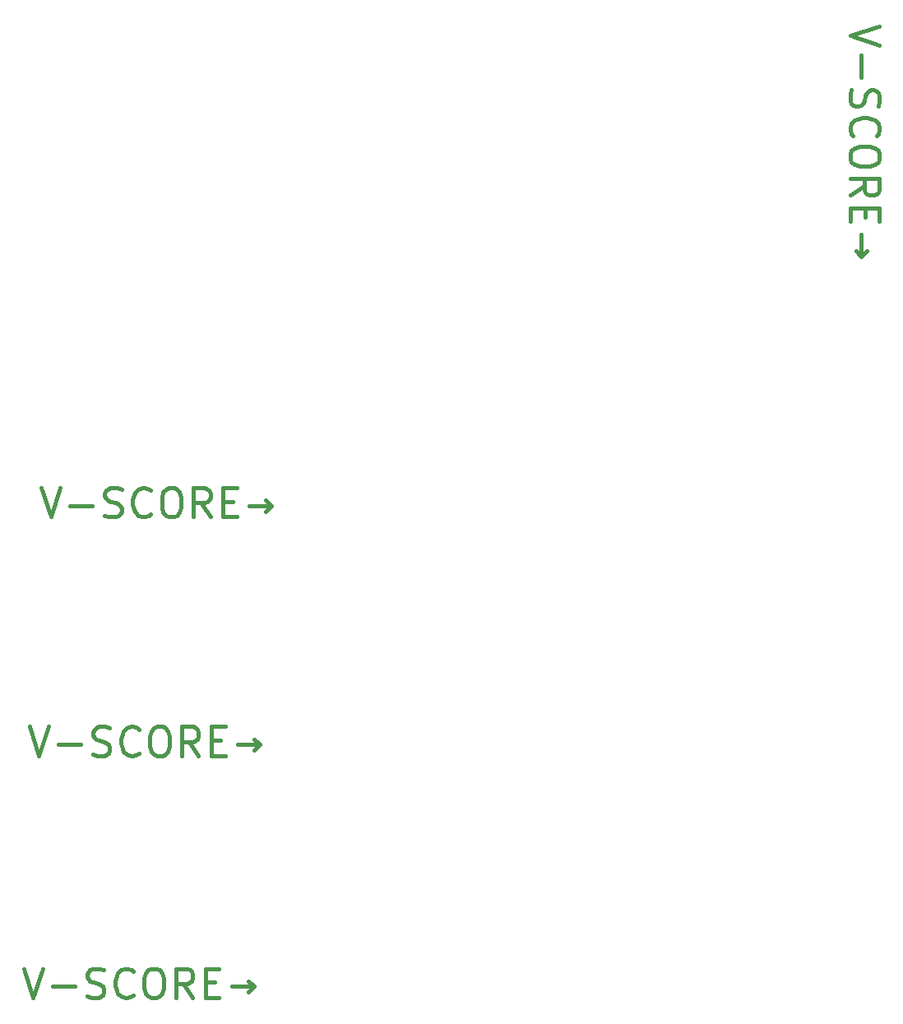
<source format=gbr>
G04 #@! TF.GenerationSoftware,KiCad,Pcbnew,(5.1.0)-1*
G04 #@! TF.CreationDate,2019-08-09T15:31:13-04:00*
G04 #@! TF.ProjectId,4x_PANEL,34785f50-414e-4454-9c2e-6b696361645f,rev?*
G04 #@! TF.SameCoordinates,Original*
G04 #@! TF.FileFunction,Other,Comment*
%FSLAX46Y46*%
G04 Gerber Fmt 4.6, Leading zero omitted, Abs format (unit mm)*
G04 Created by KiCad (PCBNEW (5.1.0)-1) date 2019-08-09 15:31:13*
%MOMM*%
%LPD*%
G04 APERTURE LIST*
%ADD10C,0.400000*%
G04 APERTURE END LIST*
D10*
X163042857Y-42828571D02*
X160042857Y-43828571D01*
X163042857Y-44828571D01*
X161185714Y-45828571D02*
X161185714Y-48114285D01*
X160185714Y-49400000D02*
X160042857Y-49828571D01*
X160042857Y-50542857D01*
X160185714Y-50828571D01*
X160328571Y-50971428D01*
X160614285Y-51114285D01*
X160900000Y-51114285D01*
X161185714Y-50971428D01*
X161328571Y-50828571D01*
X161471428Y-50542857D01*
X161614285Y-49971428D01*
X161757142Y-49685714D01*
X161900000Y-49542857D01*
X162185714Y-49400000D01*
X162471428Y-49400000D01*
X162757142Y-49542857D01*
X162900000Y-49685714D01*
X163042857Y-49971428D01*
X163042857Y-50685714D01*
X162900000Y-51114285D01*
X160328571Y-54114285D02*
X160185714Y-53971428D01*
X160042857Y-53542857D01*
X160042857Y-53257142D01*
X160185714Y-52828571D01*
X160471428Y-52542857D01*
X160757142Y-52400000D01*
X161328571Y-52257142D01*
X161757142Y-52257142D01*
X162328571Y-52400000D01*
X162614285Y-52542857D01*
X162900000Y-52828571D01*
X163042857Y-53257142D01*
X163042857Y-53542857D01*
X162900000Y-53971428D01*
X162757142Y-54114285D01*
X163042857Y-55971428D02*
X163042857Y-56542857D01*
X162900000Y-56828571D01*
X162614285Y-57114285D01*
X162042857Y-57257142D01*
X161042857Y-57257142D01*
X160471428Y-57114285D01*
X160185714Y-56828571D01*
X160042857Y-56542857D01*
X160042857Y-55971428D01*
X160185714Y-55685714D01*
X160471428Y-55400000D01*
X161042857Y-55257142D01*
X162042857Y-55257142D01*
X162614285Y-55400000D01*
X162900000Y-55685714D01*
X163042857Y-55971428D01*
X160042857Y-60257142D02*
X161471428Y-59257142D01*
X160042857Y-58542857D02*
X163042857Y-58542857D01*
X163042857Y-59685714D01*
X162900000Y-59971428D01*
X162757142Y-60114285D01*
X162471428Y-60257142D01*
X162042857Y-60257142D01*
X161757142Y-60114285D01*
X161614285Y-59971428D01*
X161471428Y-59685714D01*
X161471428Y-58542857D01*
X161614285Y-61542857D02*
X161614285Y-62542857D01*
X160042857Y-62971428D02*
X160042857Y-61542857D01*
X163042857Y-61542857D01*
X163042857Y-62971428D01*
X161185714Y-64257142D02*
X161185714Y-66542857D01*
X160614285Y-65971428D02*
X161185714Y-66542857D01*
X161757142Y-65971428D01*
X74928571Y-139857142D02*
X75928571Y-142857142D01*
X76928571Y-139857142D01*
X77928571Y-141714285D02*
X80214285Y-141714285D01*
X81500000Y-142714285D02*
X81928571Y-142857142D01*
X82642857Y-142857142D01*
X82928571Y-142714285D01*
X83071428Y-142571428D01*
X83214285Y-142285714D01*
X83214285Y-142000000D01*
X83071428Y-141714285D01*
X82928571Y-141571428D01*
X82642857Y-141428571D01*
X82071428Y-141285714D01*
X81785714Y-141142857D01*
X81642857Y-141000000D01*
X81500000Y-140714285D01*
X81500000Y-140428571D01*
X81642857Y-140142857D01*
X81785714Y-140000000D01*
X82071428Y-139857142D01*
X82785714Y-139857142D01*
X83214285Y-140000000D01*
X86214285Y-142571428D02*
X86071428Y-142714285D01*
X85642857Y-142857142D01*
X85357142Y-142857142D01*
X84928571Y-142714285D01*
X84642857Y-142428571D01*
X84500000Y-142142857D01*
X84357142Y-141571428D01*
X84357142Y-141142857D01*
X84500000Y-140571428D01*
X84642857Y-140285714D01*
X84928571Y-140000000D01*
X85357142Y-139857142D01*
X85642857Y-139857142D01*
X86071428Y-140000000D01*
X86214285Y-140142857D01*
X88071428Y-139857142D02*
X88642857Y-139857142D01*
X88928571Y-140000000D01*
X89214285Y-140285714D01*
X89357142Y-140857142D01*
X89357142Y-141857142D01*
X89214285Y-142428571D01*
X88928571Y-142714285D01*
X88642857Y-142857142D01*
X88071428Y-142857142D01*
X87785714Y-142714285D01*
X87500000Y-142428571D01*
X87357142Y-141857142D01*
X87357142Y-140857142D01*
X87500000Y-140285714D01*
X87785714Y-140000000D01*
X88071428Y-139857142D01*
X92357142Y-142857142D02*
X91357142Y-141428571D01*
X90642857Y-142857142D02*
X90642857Y-139857142D01*
X91785714Y-139857142D01*
X92071428Y-140000000D01*
X92214285Y-140142857D01*
X92357142Y-140428571D01*
X92357142Y-140857142D01*
X92214285Y-141142857D01*
X92071428Y-141285714D01*
X91785714Y-141428571D01*
X90642857Y-141428571D01*
X93642857Y-141285714D02*
X94642857Y-141285714D01*
X95071428Y-142857142D02*
X93642857Y-142857142D01*
X93642857Y-139857142D01*
X95071428Y-139857142D01*
X96357142Y-141714285D02*
X98642857Y-141714285D01*
X98071428Y-142285714D02*
X98642857Y-141714285D01*
X98071428Y-141142857D01*
X75528571Y-114957142D02*
X76528571Y-117957142D01*
X77528571Y-114957142D01*
X78528571Y-116814285D02*
X80814285Y-116814285D01*
X82100000Y-117814285D02*
X82528571Y-117957142D01*
X83242857Y-117957142D01*
X83528571Y-117814285D01*
X83671428Y-117671428D01*
X83814285Y-117385714D01*
X83814285Y-117100000D01*
X83671428Y-116814285D01*
X83528571Y-116671428D01*
X83242857Y-116528571D01*
X82671428Y-116385714D01*
X82385714Y-116242857D01*
X82242857Y-116100000D01*
X82100000Y-115814285D01*
X82100000Y-115528571D01*
X82242857Y-115242857D01*
X82385714Y-115100000D01*
X82671428Y-114957142D01*
X83385714Y-114957142D01*
X83814285Y-115100000D01*
X86814285Y-117671428D02*
X86671428Y-117814285D01*
X86242857Y-117957142D01*
X85957142Y-117957142D01*
X85528571Y-117814285D01*
X85242857Y-117528571D01*
X85100000Y-117242857D01*
X84957142Y-116671428D01*
X84957142Y-116242857D01*
X85100000Y-115671428D01*
X85242857Y-115385714D01*
X85528571Y-115100000D01*
X85957142Y-114957142D01*
X86242857Y-114957142D01*
X86671428Y-115100000D01*
X86814285Y-115242857D01*
X88671428Y-114957142D02*
X89242857Y-114957142D01*
X89528571Y-115100000D01*
X89814285Y-115385714D01*
X89957142Y-115957142D01*
X89957142Y-116957142D01*
X89814285Y-117528571D01*
X89528571Y-117814285D01*
X89242857Y-117957142D01*
X88671428Y-117957142D01*
X88385714Y-117814285D01*
X88100000Y-117528571D01*
X87957142Y-116957142D01*
X87957142Y-115957142D01*
X88100000Y-115385714D01*
X88385714Y-115100000D01*
X88671428Y-114957142D01*
X92957142Y-117957142D02*
X91957142Y-116528571D01*
X91242857Y-117957142D02*
X91242857Y-114957142D01*
X92385714Y-114957142D01*
X92671428Y-115100000D01*
X92814285Y-115242857D01*
X92957142Y-115528571D01*
X92957142Y-115957142D01*
X92814285Y-116242857D01*
X92671428Y-116385714D01*
X92385714Y-116528571D01*
X91242857Y-116528571D01*
X94242857Y-116385714D02*
X95242857Y-116385714D01*
X95671428Y-117957142D02*
X94242857Y-117957142D01*
X94242857Y-114957142D01*
X95671428Y-114957142D01*
X96957142Y-116814285D02*
X99242857Y-116814285D01*
X98671428Y-117385714D02*
X99242857Y-116814285D01*
X98671428Y-116242857D01*
X76728571Y-90357142D02*
X77728571Y-93357142D01*
X78728571Y-90357142D01*
X79728571Y-92214285D02*
X82014285Y-92214285D01*
X83300000Y-93214285D02*
X83728571Y-93357142D01*
X84442857Y-93357142D01*
X84728571Y-93214285D01*
X84871428Y-93071428D01*
X85014285Y-92785714D01*
X85014285Y-92500000D01*
X84871428Y-92214285D01*
X84728571Y-92071428D01*
X84442857Y-91928571D01*
X83871428Y-91785714D01*
X83585714Y-91642857D01*
X83442857Y-91500000D01*
X83300000Y-91214285D01*
X83300000Y-90928571D01*
X83442857Y-90642857D01*
X83585714Y-90500000D01*
X83871428Y-90357142D01*
X84585714Y-90357142D01*
X85014285Y-90500000D01*
X88014285Y-93071428D02*
X87871428Y-93214285D01*
X87442857Y-93357142D01*
X87157142Y-93357142D01*
X86728571Y-93214285D01*
X86442857Y-92928571D01*
X86300000Y-92642857D01*
X86157142Y-92071428D01*
X86157142Y-91642857D01*
X86300000Y-91071428D01*
X86442857Y-90785714D01*
X86728571Y-90500000D01*
X87157142Y-90357142D01*
X87442857Y-90357142D01*
X87871428Y-90500000D01*
X88014285Y-90642857D01*
X89871428Y-90357142D02*
X90442857Y-90357142D01*
X90728571Y-90500000D01*
X91014285Y-90785714D01*
X91157142Y-91357142D01*
X91157142Y-92357142D01*
X91014285Y-92928571D01*
X90728571Y-93214285D01*
X90442857Y-93357142D01*
X89871428Y-93357142D01*
X89585714Y-93214285D01*
X89300000Y-92928571D01*
X89157142Y-92357142D01*
X89157142Y-91357142D01*
X89300000Y-90785714D01*
X89585714Y-90500000D01*
X89871428Y-90357142D01*
X94157142Y-93357142D02*
X93157142Y-91928571D01*
X92442857Y-93357142D02*
X92442857Y-90357142D01*
X93585714Y-90357142D01*
X93871428Y-90500000D01*
X94014285Y-90642857D01*
X94157142Y-90928571D01*
X94157142Y-91357142D01*
X94014285Y-91642857D01*
X93871428Y-91785714D01*
X93585714Y-91928571D01*
X92442857Y-91928571D01*
X95442857Y-91785714D02*
X96442857Y-91785714D01*
X96871428Y-93357142D02*
X95442857Y-93357142D01*
X95442857Y-90357142D01*
X96871428Y-90357142D01*
X98157142Y-92214285D02*
X100442857Y-92214285D01*
X99871428Y-92785714D02*
X100442857Y-92214285D01*
X99871428Y-91642857D01*
M02*

</source>
